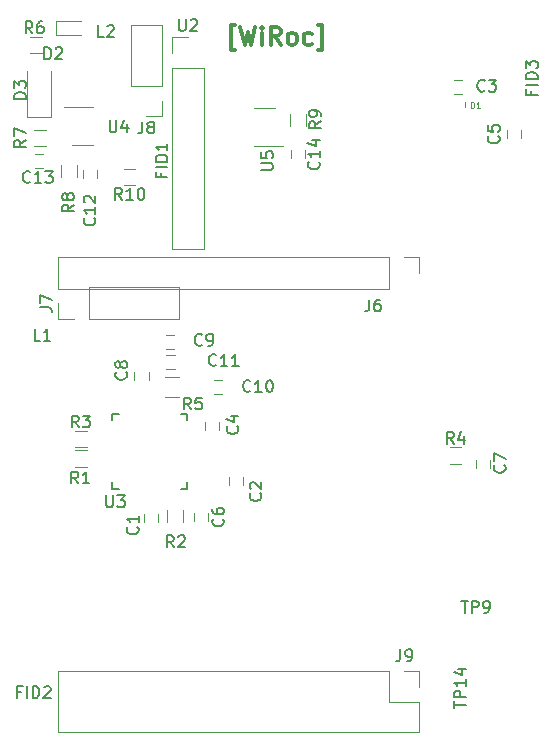
<source format=gto>
G04 #@! TF.FileFunction,Legend,Top*
%FSLAX46Y46*%
G04 Gerber Fmt 4.6, Leading zero omitted, Abs format (unit mm)*
G04 Created by KiCad (PCBNEW 4.0.7-e2-6376~58~ubuntu16.04.1) date Sat Jul  7 02:27:32 2018*
%MOMM*%
%LPD*%
G01*
G04 APERTURE LIST*
%ADD10C,0.100000*%
%ADD11C,0.300000*%
%ADD12C,0.120000*%
%ADD13C,0.150000*%
%ADD14C,0.125000*%
G04 APERTURE END LIST*
D10*
D11*
X69714000Y-53959771D02*
X69356857Y-53959771D01*
X69356857Y-51816914D01*
X69714000Y-51816914D01*
X70142572Y-51959771D02*
X70499715Y-53459771D01*
X70785429Y-52388343D01*
X71071143Y-53459771D01*
X71428286Y-51959771D01*
X71999715Y-53459771D02*
X71999715Y-52459771D01*
X71999715Y-51959771D02*
X71928286Y-52031200D01*
X71999715Y-52102629D01*
X72071143Y-52031200D01*
X71999715Y-51959771D01*
X71999715Y-52102629D01*
X73571144Y-53459771D02*
X73071144Y-52745486D01*
X72714001Y-53459771D02*
X72714001Y-51959771D01*
X73285429Y-51959771D01*
X73428287Y-52031200D01*
X73499715Y-52102629D01*
X73571144Y-52245486D01*
X73571144Y-52459771D01*
X73499715Y-52602629D01*
X73428287Y-52674057D01*
X73285429Y-52745486D01*
X72714001Y-52745486D01*
X74428287Y-53459771D02*
X74285429Y-53388343D01*
X74214001Y-53316914D01*
X74142572Y-53174057D01*
X74142572Y-52745486D01*
X74214001Y-52602629D01*
X74285429Y-52531200D01*
X74428287Y-52459771D01*
X74642572Y-52459771D01*
X74785429Y-52531200D01*
X74856858Y-52602629D01*
X74928287Y-52745486D01*
X74928287Y-53174057D01*
X74856858Y-53316914D01*
X74785429Y-53388343D01*
X74642572Y-53459771D01*
X74428287Y-53459771D01*
X76214001Y-53388343D02*
X76071144Y-53459771D01*
X75785430Y-53459771D01*
X75642572Y-53388343D01*
X75571144Y-53316914D01*
X75499715Y-53174057D01*
X75499715Y-52745486D01*
X75571144Y-52602629D01*
X75642572Y-52531200D01*
X75785430Y-52459771D01*
X76071144Y-52459771D01*
X76214001Y-52531200D01*
X76714001Y-53959771D02*
X77071144Y-53959771D01*
X77071144Y-51816914D01*
X76714001Y-51816914D01*
D12*
X56847100Y-64755000D02*
X56847100Y-64055000D01*
X58047100Y-64055000D02*
X58047100Y-64755000D01*
X62003300Y-93927600D02*
X62003300Y-93227600D01*
X63203300Y-93227600D02*
X63203300Y-93927600D01*
X69178800Y-90776600D02*
X69178800Y-90076600D01*
X70378800Y-90076600D02*
X70378800Y-90776600D01*
X88248000Y-56467200D02*
X88948000Y-56467200D01*
X88948000Y-57667200D02*
X88248000Y-57667200D01*
X68321400Y-85378300D02*
X68321400Y-86078300D01*
X67121400Y-86078300D02*
X67121400Y-85378300D01*
X93894200Y-60711600D02*
X93894200Y-61411600D01*
X92694200Y-61411600D02*
X92694200Y-60711600D01*
X66202000Y-93810000D02*
X66202000Y-93110000D01*
X67402000Y-93110000D02*
X67402000Y-93810000D01*
X91270000Y-88630000D02*
X91270000Y-89330000D01*
X90070000Y-89330000D02*
X90070000Y-88630000D01*
X61172800Y-81858600D02*
X61172800Y-81158600D01*
X62372800Y-81158600D02*
X62372800Y-81858600D01*
X63866200Y-78054400D02*
X64566200Y-78054400D01*
X64566200Y-79254400D02*
X63866200Y-79254400D01*
X67917500Y-81826300D02*
X68617500Y-81826300D01*
X68617500Y-83026300D02*
X67917500Y-83026300D01*
X63891600Y-79705400D02*
X64591600Y-79705400D01*
X64591600Y-80905400D02*
X63891600Y-80905400D01*
X53472600Y-63887400D02*
X52772600Y-63887400D01*
X52772600Y-62687400D02*
X53472600Y-62687400D01*
X75611200Y-62391300D02*
X75611200Y-63091300D01*
X74411200Y-63091300D02*
X74411200Y-62391300D01*
D10*
X89128000Y-58767200D02*
X89128000Y-58367200D01*
D12*
X54568500Y-51497800D02*
X54568500Y-52637800D01*
X54568500Y-52637800D02*
X56668500Y-52637800D01*
X54568500Y-51497800D02*
X56668500Y-51497800D01*
X52091000Y-59606500D02*
X54091000Y-59606500D01*
X54091000Y-59606500D02*
X54091000Y-55706500D01*
X52091000Y-59606500D02*
X52091000Y-55706500D01*
X54710000Y-71490000D02*
X54710000Y-74150000D01*
X82710000Y-71490000D02*
X54710000Y-71490000D01*
X82710000Y-74150000D02*
X54710000Y-74150000D01*
X82710000Y-71490000D02*
X82710000Y-74150000D01*
X83980000Y-71490000D02*
X85310000Y-71490000D01*
X85310000Y-71490000D02*
X85310000Y-72820000D01*
X64990000Y-76690000D02*
X64990000Y-74030000D01*
X57310000Y-76690000D02*
X64990000Y-76690000D01*
X57310000Y-74030000D02*
X64990000Y-74030000D01*
X57310000Y-76690000D02*
X57310000Y-74030000D01*
X56040000Y-76690000D02*
X54710000Y-76690000D01*
X54710000Y-76690000D02*
X54710000Y-75360000D01*
X63514200Y-51797400D02*
X60854200Y-51797400D01*
X63514200Y-56937400D02*
X63514200Y-51797400D01*
X60854200Y-56937400D02*
X60854200Y-51797400D01*
X63514200Y-56937400D02*
X60854200Y-56937400D01*
X63514200Y-58207400D02*
X63514200Y-59537400D01*
X63514200Y-59537400D02*
X62184200Y-59537400D01*
X54710000Y-106500000D02*
X54710000Y-111700000D01*
X82710000Y-106500000D02*
X54710000Y-106500000D01*
X85310000Y-111700000D02*
X54710000Y-111700000D01*
X82710000Y-106500000D02*
X82710000Y-109100000D01*
X82710000Y-109100000D02*
X85310000Y-109100000D01*
X85310000Y-109100000D02*
X85310000Y-111700000D01*
X83980000Y-106500000D02*
X85310000Y-106500000D01*
X85310000Y-106500000D02*
X85310000Y-107830000D01*
X57134300Y-89189600D02*
X56134300Y-89189600D01*
X56134300Y-87829600D02*
X57134300Y-87829600D01*
X65315300Y-92899100D02*
X65315300Y-93899100D01*
X63955300Y-93899100D02*
X63955300Y-92899100D01*
X57122300Y-87550100D02*
X56122300Y-87550100D01*
X56122300Y-86190100D02*
X57122300Y-86190100D01*
X88870000Y-88935000D02*
X87870000Y-88935000D01*
X87870000Y-87575000D02*
X88870000Y-87575000D01*
X64955900Y-83331700D02*
X63755900Y-83331700D01*
X63755900Y-81571700D02*
X64955900Y-81571700D01*
X52370100Y-52858120D02*
X53370100Y-52858120D01*
X53370100Y-54218120D02*
X52370100Y-54218120D01*
X52698800Y-60677000D02*
X53698800Y-60677000D01*
X53698800Y-62037000D02*
X52698800Y-62037000D01*
X56311000Y-63638300D02*
X56311000Y-64638300D01*
X54951000Y-64638300D02*
X54951000Y-63638300D01*
X75729300Y-59371100D02*
X75729300Y-60371100D01*
X74369300Y-60371100D02*
X74369300Y-59371100D01*
X64370000Y-70745000D02*
X67030000Y-70745000D01*
X64370000Y-55445000D02*
X64370000Y-70745000D01*
X67030000Y-55445000D02*
X67030000Y-70745000D01*
X64370000Y-55445000D02*
X67030000Y-55445000D01*
X64370000Y-54175000D02*
X64370000Y-52845000D01*
X64370000Y-52845000D02*
X65700000Y-52845000D01*
X55855386Y-61972934D02*
X57655386Y-61972934D01*
X57655386Y-58752934D02*
X55205386Y-58752934D01*
X73074200Y-58855500D02*
X71274200Y-58855500D01*
X71274200Y-62075500D02*
X73724200Y-62075500D01*
X60254260Y-64029040D02*
X61254260Y-64029040D01*
X61254260Y-65389040D02*
X60254260Y-65389040D01*
D13*
X59310800Y-84708600D02*
X59310800Y-85258600D01*
X65660800Y-84708600D02*
X65660800Y-85258600D01*
X65660800Y-91058600D02*
X65660800Y-90508600D01*
X59310800Y-91058600D02*
X59310800Y-90508600D01*
X59310800Y-84708600D02*
X59860800Y-84708600D01*
X59310800Y-91058600D02*
X59860800Y-91058600D01*
X65660800Y-91058600D02*
X65110800Y-91058600D01*
X65660800Y-84708600D02*
X65110800Y-84708600D01*
X57778843Y-68159357D02*
X57826462Y-68206976D01*
X57874081Y-68349833D01*
X57874081Y-68445071D01*
X57826462Y-68587929D01*
X57731224Y-68683167D01*
X57635986Y-68730786D01*
X57445510Y-68778405D01*
X57302652Y-68778405D01*
X57112176Y-68730786D01*
X57016938Y-68683167D01*
X56921700Y-68587929D01*
X56874081Y-68445071D01*
X56874081Y-68349833D01*
X56921700Y-68206976D01*
X56969319Y-68159357D01*
X57874081Y-67206976D02*
X57874081Y-67778405D01*
X57874081Y-67492691D02*
X56874081Y-67492691D01*
X57016938Y-67587929D01*
X57112176Y-67683167D01*
X57159795Y-67778405D01*
X56969319Y-66826024D02*
X56921700Y-66778405D01*
X56874081Y-66683167D01*
X56874081Y-66445071D01*
X56921700Y-66349833D01*
X56969319Y-66302214D01*
X57064557Y-66254595D01*
X57159795Y-66254595D01*
X57302652Y-66302214D01*
X57874081Y-66873643D01*
X57874081Y-66254595D01*
X61431443Y-94304146D02*
X61479062Y-94351765D01*
X61526681Y-94494622D01*
X61526681Y-94589860D01*
X61479062Y-94732718D01*
X61383824Y-94827956D01*
X61288586Y-94875575D01*
X61098110Y-94923194D01*
X60955252Y-94923194D01*
X60764776Y-94875575D01*
X60669538Y-94827956D01*
X60574300Y-94732718D01*
X60526681Y-94589860D01*
X60526681Y-94494622D01*
X60574300Y-94351765D01*
X60621919Y-94304146D01*
X61526681Y-93351765D02*
X61526681Y-93923194D01*
X61526681Y-93637480D02*
X60526681Y-93637480D01*
X60669538Y-93732718D01*
X60764776Y-93827956D01*
X60812395Y-93923194D01*
X71837823Y-91466966D02*
X71885442Y-91514585D01*
X71933061Y-91657442D01*
X71933061Y-91752680D01*
X71885442Y-91895538D01*
X71790204Y-91990776D01*
X71694966Y-92038395D01*
X71504490Y-92086014D01*
X71361632Y-92086014D01*
X71171156Y-92038395D01*
X71075918Y-91990776D01*
X70980680Y-91895538D01*
X70933061Y-91752680D01*
X70933061Y-91657442D01*
X70980680Y-91514585D01*
X71028299Y-91466966D01*
X71028299Y-91086014D02*
X70980680Y-91038395D01*
X70933061Y-90943157D01*
X70933061Y-90705061D01*
X70980680Y-90609823D01*
X71028299Y-90562204D01*
X71123537Y-90514585D01*
X71218775Y-90514585D01*
X71361632Y-90562204D01*
X71933061Y-91133633D01*
X71933061Y-90514585D01*
X90833834Y-57345343D02*
X90786215Y-57392962D01*
X90643358Y-57440581D01*
X90548120Y-57440581D01*
X90405262Y-57392962D01*
X90310024Y-57297724D01*
X90262405Y-57202486D01*
X90214786Y-57012010D01*
X90214786Y-56869152D01*
X90262405Y-56678676D01*
X90310024Y-56583438D01*
X90405262Y-56488200D01*
X90548120Y-56440581D01*
X90643358Y-56440581D01*
X90786215Y-56488200D01*
X90833834Y-56535819D01*
X91167167Y-56440581D02*
X91786215Y-56440581D01*
X91452881Y-56821533D01*
X91595739Y-56821533D01*
X91690977Y-56869152D01*
X91738596Y-56916771D01*
X91786215Y-57012010D01*
X91786215Y-57250105D01*
X91738596Y-57345343D01*
X91690977Y-57392962D01*
X91595739Y-57440581D01*
X91310024Y-57440581D01*
X91214786Y-57392962D01*
X91167167Y-57345343D01*
X69887103Y-85790066D02*
X69934722Y-85837685D01*
X69982341Y-85980542D01*
X69982341Y-86075780D01*
X69934722Y-86218638D01*
X69839484Y-86313876D01*
X69744246Y-86361495D01*
X69553770Y-86409114D01*
X69410912Y-86409114D01*
X69220436Y-86361495D01*
X69125198Y-86313876D01*
X69029960Y-86218638D01*
X68982341Y-86075780D01*
X68982341Y-85980542D01*
X69029960Y-85837685D01*
X69077579Y-85790066D01*
X69315674Y-84932923D02*
X69982341Y-84932923D01*
X68934722Y-85171019D02*
X69649008Y-85409114D01*
X69649008Y-84790066D01*
X92000343Y-61216266D02*
X92047962Y-61263885D01*
X92095581Y-61406742D01*
X92095581Y-61501980D01*
X92047962Y-61644838D01*
X91952724Y-61740076D01*
X91857486Y-61787695D01*
X91667010Y-61835314D01*
X91524152Y-61835314D01*
X91333676Y-61787695D01*
X91238438Y-61740076D01*
X91143200Y-61644838D01*
X91095581Y-61501980D01*
X91095581Y-61406742D01*
X91143200Y-61263885D01*
X91190819Y-61216266D01*
X91095581Y-60311504D02*
X91095581Y-60787695D01*
X91571771Y-60835314D01*
X91524152Y-60787695D01*
X91476533Y-60692457D01*
X91476533Y-60454361D01*
X91524152Y-60359123D01*
X91571771Y-60311504D01*
X91667010Y-60263885D01*
X91905105Y-60263885D01*
X92000343Y-60311504D01*
X92047962Y-60359123D01*
X92095581Y-60454361D01*
X92095581Y-60692457D01*
X92047962Y-60787695D01*
X92000343Y-60835314D01*
X68659143Y-93626666D02*
X68706762Y-93674285D01*
X68754381Y-93817142D01*
X68754381Y-93912380D01*
X68706762Y-94055238D01*
X68611524Y-94150476D01*
X68516286Y-94198095D01*
X68325810Y-94245714D01*
X68182952Y-94245714D01*
X67992476Y-94198095D01*
X67897238Y-94150476D01*
X67802000Y-94055238D01*
X67754381Y-93912380D01*
X67754381Y-93817142D01*
X67802000Y-93674285D01*
X67849619Y-93626666D01*
X67754381Y-92769523D02*
X67754381Y-92960000D01*
X67802000Y-93055238D01*
X67849619Y-93102857D01*
X67992476Y-93198095D01*
X68182952Y-93245714D01*
X68563905Y-93245714D01*
X68659143Y-93198095D01*
X68706762Y-93150476D01*
X68754381Y-93055238D01*
X68754381Y-92864761D01*
X68706762Y-92769523D01*
X68659143Y-92721904D01*
X68563905Y-92674285D01*
X68325810Y-92674285D01*
X68230571Y-92721904D01*
X68182952Y-92769523D01*
X68135333Y-92864761D01*
X68135333Y-93055238D01*
X68182952Y-93150476D01*
X68230571Y-93198095D01*
X68325810Y-93245714D01*
X92500643Y-89082666D02*
X92548262Y-89130285D01*
X92595881Y-89273142D01*
X92595881Y-89368380D01*
X92548262Y-89511238D01*
X92453024Y-89606476D01*
X92357786Y-89654095D01*
X92167310Y-89701714D01*
X92024452Y-89701714D01*
X91833976Y-89654095D01*
X91738738Y-89606476D01*
X91643500Y-89511238D01*
X91595881Y-89368380D01*
X91595881Y-89273142D01*
X91643500Y-89130285D01*
X91691119Y-89082666D01*
X91595881Y-88749333D02*
X91595881Y-88082666D01*
X92595881Y-88511238D01*
X60466243Y-81205366D02*
X60513862Y-81252985D01*
X60561481Y-81395842D01*
X60561481Y-81491080D01*
X60513862Y-81633938D01*
X60418624Y-81729176D01*
X60323386Y-81776795D01*
X60132910Y-81824414D01*
X59990052Y-81824414D01*
X59799576Y-81776795D01*
X59704338Y-81729176D01*
X59609100Y-81633938D01*
X59561481Y-81491080D01*
X59561481Y-81395842D01*
X59609100Y-81252985D01*
X59656719Y-81205366D01*
X59990052Y-80633938D02*
X59942433Y-80729176D01*
X59894814Y-80776795D01*
X59799576Y-80824414D01*
X59751957Y-80824414D01*
X59656719Y-80776795D01*
X59609100Y-80729176D01*
X59561481Y-80633938D01*
X59561481Y-80443461D01*
X59609100Y-80348223D01*
X59656719Y-80300604D01*
X59751957Y-80252985D01*
X59799576Y-80252985D01*
X59894814Y-80300604D01*
X59942433Y-80348223D01*
X59990052Y-80443461D01*
X59990052Y-80633938D01*
X60037671Y-80729176D01*
X60085290Y-80776795D01*
X60180529Y-80824414D01*
X60371005Y-80824414D01*
X60466243Y-80776795D01*
X60513862Y-80729176D01*
X60561481Y-80633938D01*
X60561481Y-80443461D01*
X60513862Y-80348223D01*
X60466243Y-80300604D01*
X60371005Y-80252985D01*
X60180529Y-80252985D01*
X60085290Y-80300604D01*
X60037671Y-80348223D01*
X59990052Y-80443461D01*
X66894334Y-78859143D02*
X66846715Y-78906762D01*
X66703858Y-78954381D01*
X66608620Y-78954381D01*
X66465762Y-78906762D01*
X66370524Y-78811524D01*
X66322905Y-78716286D01*
X66275286Y-78525810D01*
X66275286Y-78382952D01*
X66322905Y-78192476D01*
X66370524Y-78097238D01*
X66465762Y-78002000D01*
X66608620Y-77954381D01*
X66703858Y-77954381D01*
X66846715Y-78002000D01*
X66894334Y-78049619D01*
X67370524Y-78954381D02*
X67561000Y-78954381D01*
X67656239Y-78906762D01*
X67703858Y-78859143D01*
X67799096Y-78716286D01*
X67846715Y-78525810D01*
X67846715Y-78144857D01*
X67799096Y-78049619D01*
X67751477Y-78002000D01*
X67656239Y-77954381D01*
X67465762Y-77954381D01*
X67370524Y-78002000D01*
X67322905Y-78049619D01*
X67275286Y-78144857D01*
X67275286Y-78382952D01*
X67322905Y-78478190D01*
X67370524Y-78525810D01*
X67465762Y-78573429D01*
X67656239Y-78573429D01*
X67751477Y-78525810D01*
X67799096Y-78478190D01*
X67846715Y-78382952D01*
X70990143Y-82783443D02*
X70942524Y-82831062D01*
X70799667Y-82878681D01*
X70704429Y-82878681D01*
X70561571Y-82831062D01*
X70466333Y-82735824D01*
X70418714Y-82640586D01*
X70371095Y-82450110D01*
X70371095Y-82307252D01*
X70418714Y-82116776D01*
X70466333Y-82021538D01*
X70561571Y-81926300D01*
X70704429Y-81878681D01*
X70799667Y-81878681D01*
X70942524Y-81926300D01*
X70990143Y-81973919D01*
X71942524Y-82878681D02*
X71371095Y-82878681D01*
X71656809Y-82878681D02*
X71656809Y-81878681D01*
X71561571Y-82021538D01*
X71466333Y-82116776D01*
X71371095Y-82164395D01*
X72561571Y-81878681D02*
X72656810Y-81878681D01*
X72752048Y-81926300D01*
X72799667Y-81973919D01*
X72847286Y-82069157D01*
X72894905Y-82259633D01*
X72894905Y-82497729D01*
X72847286Y-82688205D01*
X72799667Y-82783443D01*
X72752048Y-82831062D01*
X72656810Y-82878681D01*
X72561571Y-82878681D01*
X72466333Y-82831062D01*
X72418714Y-82783443D01*
X72371095Y-82688205D01*
X72323476Y-82497729D01*
X72323476Y-82259633D01*
X72371095Y-82069157D01*
X72418714Y-81973919D01*
X72466333Y-81926300D01*
X72561571Y-81878681D01*
X68104783Y-80580503D02*
X68057164Y-80628122D01*
X67914307Y-80675741D01*
X67819069Y-80675741D01*
X67676211Y-80628122D01*
X67580973Y-80532884D01*
X67533354Y-80437646D01*
X67485735Y-80247170D01*
X67485735Y-80104312D01*
X67533354Y-79913836D01*
X67580973Y-79818598D01*
X67676211Y-79723360D01*
X67819069Y-79675741D01*
X67914307Y-79675741D01*
X68057164Y-79723360D01*
X68104783Y-79770979D01*
X69057164Y-80675741D02*
X68485735Y-80675741D01*
X68771449Y-80675741D02*
X68771449Y-79675741D01*
X68676211Y-79818598D01*
X68580973Y-79913836D01*
X68485735Y-79961455D01*
X70009545Y-80675741D02*
X69438116Y-80675741D01*
X69723830Y-80675741D02*
X69723830Y-79675741D01*
X69628592Y-79818598D01*
X69533354Y-79913836D01*
X69438116Y-79961455D01*
X52352743Y-65079643D02*
X52305124Y-65127262D01*
X52162267Y-65174881D01*
X52067029Y-65174881D01*
X51924171Y-65127262D01*
X51828933Y-65032024D01*
X51781314Y-64936786D01*
X51733695Y-64746310D01*
X51733695Y-64603452D01*
X51781314Y-64412976D01*
X51828933Y-64317738D01*
X51924171Y-64222500D01*
X52067029Y-64174881D01*
X52162267Y-64174881D01*
X52305124Y-64222500D01*
X52352743Y-64270119D01*
X53305124Y-65174881D02*
X52733695Y-65174881D01*
X53019409Y-65174881D02*
X53019409Y-64174881D01*
X52924171Y-64317738D01*
X52828933Y-64412976D01*
X52733695Y-64460595D01*
X53638457Y-64174881D02*
X54257505Y-64174881D01*
X53924171Y-64555833D01*
X54067029Y-64555833D01*
X54162267Y-64603452D01*
X54209886Y-64651071D01*
X54257505Y-64746310D01*
X54257505Y-64984405D01*
X54209886Y-65079643D01*
X54162267Y-65127262D01*
X54067029Y-65174881D01*
X53781314Y-65174881D01*
X53686076Y-65127262D01*
X53638457Y-65079643D01*
X76770951Y-63392667D02*
X76818570Y-63440286D01*
X76866189Y-63583143D01*
X76866189Y-63678381D01*
X76818570Y-63821239D01*
X76723332Y-63916477D01*
X76628094Y-63964096D01*
X76437618Y-64011715D01*
X76294760Y-64011715D01*
X76104284Y-63964096D01*
X76009046Y-63916477D01*
X75913808Y-63821239D01*
X75866189Y-63678381D01*
X75866189Y-63583143D01*
X75913808Y-63440286D01*
X75961427Y-63392667D01*
X76866189Y-62440286D02*
X76866189Y-63011715D01*
X76866189Y-62726001D02*
X75866189Y-62726001D01*
X76009046Y-62821239D01*
X76104284Y-62916477D01*
X76151903Y-63011715D01*
X76199522Y-61583143D02*
X76866189Y-61583143D01*
X75818570Y-61821239D02*
X76532856Y-62059334D01*
X76532856Y-61440286D01*
D14*
X89678953Y-58818390D02*
X89678953Y-58318390D01*
X89798000Y-58318390D01*
X89869429Y-58342200D01*
X89917048Y-58389819D01*
X89940857Y-58437438D01*
X89964667Y-58532676D01*
X89964667Y-58604105D01*
X89940857Y-58699343D01*
X89917048Y-58746962D01*
X89869429Y-58794581D01*
X89798000Y-58818390D01*
X89678953Y-58818390D01*
X90440857Y-58818390D02*
X90155143Y-58818390D01*
X90298000Y-58818390D02*
X90298000Y-58318390D01*
X90250381Y-58389819D01*
X90202762Y-58437438D01*
X90155143Y-58461248D01*
D13*
X53551865Y-54704241D02*
X53551865Y-53704241D01*
X53789960Y-53704241D01*
X53932818Y-53751860D01*
X54028056Y-53847098D01*
X54075675Y-53942336D01*
X54123294Y-54132812D01*
X54123294Y-54275670D01*
X54075675Y-54466146D01*
X54028056Y-54561384D01*
X53932818Y-54656622D01*
X53789960Y-54704241D01*
X53551865Y-54704241D01*
X54504246Y-53799479D02*
X54551865Y-53751860D01*
X54647103Y-53704241D01*
X54885199Y-53704241D01*
X54980437Y-53751860D01*
X55028056Y-53799479D01*
X55075675Y-53894717D01*
X55075675Y-53989955D01*
X55028056Y-54132812D01*
X54456627Y-54704241D01*
X55075675Y-54704241D01*
X51983901Y-58050655D02*
X50983901Y-58050655D01*
X50983901Y-57812560D01*
X51031520Y-57669702D01*
X51126758Y-57574464D01*
X51221996Y-57526845D01*
X51412472Y-57479226D01*
X51555330Y-57479226D01*
X51745806Y-57526845D01*
X51841044Y-57574464D01*
X51936282Y-57669702D01*
X51983901Y-57812560D01*
X51983901Y-58050655D01*
X50983901Y-57145893D02*
X50983901Y-56526845D01*
X51364853Y-56860179D01*
X51364853Y-56717321D01*
X51412472Y-56622083D01*
X51460091Y-56574464D01*
X51555330Y-56526845D01*
X51793425Y-56526845D01*
X51888663Y-56574464D01*
X51936282Y-56622083D01*
X51983901Y-56717321D01*
X51983901Y-57003036D01*
X51936282Y-57098274D01*
X51888663Y-57145893D01*
X63438731Y-64370768D02*
X63438731Y-64704102D01*
X63962541Y-64704102D02*
X62962541Y-64704102D01*
X62962541Y-64227911D01*
X63962541Y-63846959D02*
X62962541Y-63846959D01*
X63962541Y-63370769D02*
X62962541Y-63370769D01*
X62962541Y-63132674D01*
X63010160Y-62989816D01*
X63105398Y-62894578D01*
X63200636Y-62846959D01*
X63391112Y-62799340D01*
X63533970Y-62799340D01*
X63724446Y-62846959D01*
X63819684Y-62894578D01*
X63914922Y-62989816D01*
X63962541Y-63132674D01*
X63962541Y-63370769D01*
X63962541Y-61846959D02*
X63962541Y-62418388D01*
X63962541Y-62132674D02*
X62962541Y-62132674D01*
X63105398Y-62227912D01*
X63200636Y-62323150D01*
X63248255Y-62418388D01*
X51568572Y-108275571D02*
X51235238Y-108275571D01*
X51235238Y-108799381D02*
X51235238Y-107799381D01*
X51711429Y-107799381D01*
X52092381Y-108799381D02*
X52092381Y-107799381D01*
X52568571Y-108799381D02*
X52568571Y-107799381D01*
X52806666Y-107799381D01*
X52949524Y-107847000D01*
X53044762Y-107942238D01*
X53092381Y-108037476D01*
X53140000Y-108227952D01*
X53140000Y-108370810D01*
X53092381Y-108561286D01*
X53044762Y-108656524D01*
X52949524Y-108751762D01*
X52806666Y-108799381D01*
X52568571Y-108799381D01*
X53520952Y-107894619D02*
X53568571Y-107847000D01*
X53663809Y-107799381D01*
X53901905Y-107799381D01*
X53997143Y-107847000D01*
X54044762Y-107894619D01*
X54092381Y-107989857D01*
X54092381Y-108085095D01*
X54044762Y-108227952D01*
X53473333Y-108799381D01*
X54092381Y-108799381D01*
X94783371Y-57383228D02*
X94783371Y-57716562D01*
X95307181Y-57716562D02*
X94307181Y-57716562D01*
X94307181Y-57240371D01*
X95307181Y-56859419D02*
X94307181Y-56859419D01*
X95307181Y-56383229D02*
X94307181Y-56383229D01*
X94307181Y-56145134D01*
X94354800Y-56002276D01*
X94450038Y-55907038D01*
X94545276Y-55859419D01*
X94735752Y-55811800D01*
X94878610Y-55811800D01*
X95069086Y-55859419D01*
X95164324Y-55907038D01*
X95259562Y-56002276D01*
X95307181Y-56145134D01*
X95307181Y-56383229D01*
X94307181Y-55478467D02*
X94307181Y-54859419D01*
X94688133Y-55192753D01*
X94688133Y-55049895D01*
X94735752Y-54954657D01*
X94783371Y-54907038D01*
X94878610Y-54859419D01*
X95116705Y-54859419D01*
X95211943Y-54907038D01*
X95259562Y-54954657D01*
X95307181Y-55049895D01*
X95307181Y-55335610D01*
X95259562Y-55430848D01*
X95211943Y-55478467D01*
X81053347Y-75047861D02*
X81053347Y-75762147D01*
X81005727Y-75905004D01*
X80910489Y-76000242D01*
X80767632Y-76047861D01*
X80672394Y-76047861D01*
X81958109Y-75047861D02*
X81767632Y-75047861D01*
X81672394Y-75095480D01*
X81624775Y-75143099D01*
X81529537Y-75285956D01*
X81481918Y-75476432D01*
X81481918Y-75857385D01*
X81529537Y-75952623D01*
X81577156Y-76000242D01*
X81672394Y-76047861D01*
X81862871Y-76047861D01*
X81958109Y-76000242D01*
X82005728Y-75952623D01*
X82053347Y-75857385D01*
X82053347Y-75619290D01*
X82005728Y-75524051D01*
X81958109Y-75476432D01*
X81862871Y-75428813D01*
X81672394Y-75428813D01*
X81577156Y-75476432D01*
X81529537Y-75524051D01*
X81481918Y-75619290D01*
X53162381Y-75693333D02*
X53876667Y-75693333D01*
X54019524Y-75740953D01*
X54114762Y-75836191D01*
X54162381Y-75979048D01*
X54162381Y-76074286D01*
X53162381Y-75312381D02*
X53162381Y-74645714D01*
X54162381Y-75074286D01*
X61850867Y-59989781D02*
X61850867Y-60704067D01*
X61803247Y-60846924D01*
X61708009Y-60942162D01*
X61565152Y-60989781D01*
X61469914Y-60989781D01*
X62469914Y-60418352D02*
X62374676Y-60370733D01*
X62327057Y-60323114D01*
X62279438Y-60227876D01*
X62279438Y-60180257D01*
X62327057Y-60085019D01*
X62374676Y-60037400D01*
X62469914Y-59989781D01*
X62660391Y-59989781D01*
X62755629Y-60037400D01*
X62803248Y-60085019D01*
X62850867Y-60180257D01*
X62850867Y-60227876D01*
X62803248Y-60323114D01*
X62755629Y-60370733D01*
X62660391Y-60418352D01*
X62469914Y-60418352D01*
X62374676Y-60465971D01*
X62327057Y-60513590D01*
X62279438Y-60608829D01*
X62279438Y-60799305D01*
X62327057Y-60894543D01*
X62374676Y-60942162D01*
X62469914Y-60989781D01*
X62660391Y-60989781D01*
X62755629Y-60942162D01*
X62803248Y-60894543D01*
X62850867Y-60799305D01*
X62850867Y-60608829D01*
X62803248Y-60513590D01*
X62755629Y-60465971D01*
X62660391Y-60418352D01*
X83700027Y-104666801D02*
X83700027Y-105381087D01*
X83652407Y-105523944D01*
X83557169Y-105619182D01*
X83414312Y-105666801D01*
X83319074Y-105666801D01*
X84223836Y-105666801D02*
X84414312Y-105666801D01*
X84509551Y-105619182D01*
X84557170Y-105571563D01*
X84652408Y-105428706D01*
X84700027Y-105238230D01*
X84700027Y-104857277D01*
X84652408Y-104762039D01*
X84604789Y-104714420D01*
X84509551Y-104666801D01*
X84319074Y-104666801D01*
X84223836Y-104714420D01*
X84176217Y-104762039D01*
X84128598Y-104857277D01*
X84128598Y-105095372D01*
X84176217Y-105190610D01*
X84223836Y-105238230D01*
X84319074Y-105285849D01*
X84509551Y-105285849D01*
X84604789Y-105238230D01*
X84652408Y-105190610D01*
X84700027Y-105095372D01*
X53201274Y-78519281D02*
X52725083Y-78519281D01*
X52725083Y-77519281D01*
X54058417Y-78519281D02*
X53486988Y-78519281D01*
X53772702Y-78519281D02*
X53772702Y-77519281D01*
X53677464Y-77662138D01*
X53582226Y-77757376D01*
X53486988Y-77804995D01*
X58588614Y-52834801D02*
X58112423Y-52834801D01*
X58112423Y-51834801D01*
X58874328Y-51930039D02*
X58921947Y-51882420D01*
X59017185Y-51834801D01*
X59255281Y-51834801D01*
X59350519Y-51882420D01*
X59398138Y-51930039D01*
X59445757Y-52025277D01*
X59445757Y-52120515D01*
X59398138Y-52263372D01*
X58826709Y-52834801D01*
X59445757Y-52834801D01*
X56417634Y-90611981D02*
X56084300Y-90135790D01*
X55846205Y-90611981D02*
X55846205Y-89611981D01*
X56227158Y-89611981D01*
X56322396Y-89659600D01*
X56370015Y-89707219D01*
X56417634Y-89802457D01*
X56417634Y-89945314D01*
X56370015Y-90040552D01*
X56322396Y-90088171D01*
X56227158Y-90135790D01*
X55846205Y-90135790D01*
X57370015Y-90611981D02*
X56798586Y-90611981D01*
X57084300Y-90611981D02*
X57084300Y-89611981D01*
X56989062Y-89754838D01*
X56893824Y-89850076D01*
X56798586Y-89897695D01*
X64493634Y-96026481D02*
X64160300Y-95550290D01*
X63922205Y-96026481D02*
X63922205Y-95026481D01*
X64303158Y-95026481D01*
X64398396Y-95074100D01*
X64446015Y-95121719D01*
X64493634Y-95216957D01*
X64493634Y-95359814D01*
X64446015Y-95455052D01*
X64398396Y-95502671D01*
X64303158Y-95550290D01*
X63922205Y-95550290D01*
X64874586Y-95121719D02*
X64922205Y-95074100D01*
X65017443Y-95026481D01*
X65255539Y-95026481D01*
X65350777Y-95074100D01*
X65398396Y-95121719D01*
X65446015Y-95216957D01*
X65446015Y-95312195D01*
X65398396Y-95455052D01*
X64826967Y-96026481D01*
X65446015Y-96026481D01*
X56455634Y-85872481D02*
X56122300Y-85396290D01*
X55884205Y-85872481D02*
X55884205Y-84872481D01*
X56265158Y-84872481D01*
X56360396Y-84920100D01*
X56408015Y-84967719D01*
X56455634Y-85062957D01*
X56455634Y-85205814D01*
X56408015Y-85301052D01*
X56360396Y-85348671D01*
X56265158Y-85396290D01*
X55884205Y-85396290D01*
X56788967Y-84872481D02*
X57408015Y-84872481D01*
X57074681Y-85253433D01*
X57217539Y-85253433D01*
X57312777Y-85301052D01*
X57360396Y-85348671D01*
X57408015Y-85443910D01*
X57408015Y-85682005D01*
X57360396Y-85777243D01*
X57312777Y-85824862D01*
X57217539Y-85872481D01*
X56931824Y-85872481D01*
X56836586Y-85824862D01*
X56788967Y-85777243D01*
X88203334Y-87257381D02*
X87870000Y-86781190D01*
X87631905Y-87257381D02*
X87631905Y-86257381D01*
X88012858Y-86257381D01*
X88108096Y-86305000D01*
X88155715Y-86352619D01*
X88203334Y-86447857D01*
X88203334Y-86590714D01*
X88155715Y-86685952D01*
X88108096Y-86733571D01*
X88012858Y-86781190D01*
X87631905Y-86781190D01*
X89060477Y-86590714D02*
X89060477Y-87257381D01*
X88822381Y-86209762D02*
X88584286Y-86924048D01*
X89203334Y-86924048D01*
X65967314Y-84356201D02*
X65633980Y-83880010D01*
X65395885Y-84356201D02*
X65395885Y-83356201D01*
X65776838Y-83356201D01*
X65872076Y-83403820D01*
X65919695Y-83451439D01*
X65967314Y-83546677D01*
X65967314Y-83689534D01*
X65919695Y-83784772D01*
X65872076Y-83832391D01*
X65776838Y-83880010D01*
X65395885Y-83880010D01*
X66872076Y-83356201D02*
X66395885Y-83356201D01*
X66348266Y-83832391D01*
X66395885Y-83784772D01*
X66491123Y-83737153D01*
X66729219Y-83737153D01*
X66824457Y-83784772D01*
X66872076Y-83832391D01*
X66919695Y-83927630D01*
X66919695Y-84165725D01*
X66872076Y-84260963D01*
X66824457Y-84308582D01*
X66729219Y-84356201D01*
X66491123Y-84356201D01*
X66395885Y-84308582D01*
X66348266Y-84260963D01*
X52535794Y-52509681D02*
X52202460Y-52033490D01*
X51964365Y-52509681D02*
X51964365Y-51509681D01*
X52345318Y-51509681D01*
X52440556Y-51557300D01*
X52488175Y-51604919D01*
X52535794Y-51700157D01*
X52535794Y-51843014D01*
X52488175Y-51938252D01*
X52440556Y-51985871D01*
X52345318Y-52033490D01*
X51964365Y-52033490D01*
X53392937Y-51509681D02*
X53202460Y-51509681D01*
X53107222Y-51557300D01*
X53059603Y-51604919D01*
X52964365Y-51747776D01*
X52916746Y-51938252D01*
X52916746Y-52319205D01*
X52964365Y-52414443D01*
X53011984Y-52462062D01*
X53107222Y-52509681D01*
X53297699Y-52509681D01*
X53392937Y-52462062D01*
X53440556Y-52414443D01*
X53488175Y-52319205D01*
X53488175Y-52081110D01*
X53440556Y-51985871D01*
X53392937Y-51938252D01*
X53297699Y-51890633D01*
X53107222Y-51890633D01*
X53011984Y-51938252D01*
X52964365Y-51985871D01*
X52916746Y-52081110D01*
X52000181Y-61549066D02*
X51523990Y-61882400D01*
X52000181Y-62120495D02*
X51000181Y-62120495D01*
X51000181Y-61739542D01*
X51047800Y-61644304D01*
X51095419Y-61596685D01*
X51190657Y-61549066D01*
X51333514Y-61549066D01*
X51428752Y-61596685D01*
X51476371Y-61644304D01*
X51523990Y-61739542D01*
X51523990Y-62120495D01*
X51000181Y-61215733D02*
X51000181Y-60549066D01*
X52000181Y-60977638D01*
X56057981Y-67022766D02*
X55581790Y-67356100D01*
X56057981Y-67594195D02*
X55057981Y-67594195D01*
X55057981Y-67213242D01*
X55105600Y-67118004D01*
X55153219Y-67070385D01*
X55248457Y-67022766D01*
X55391314Y-67022766D01*
X55486552Y-67070385D01*
X55534171Y-67118004D01*
X55581790Y-67213242D01*
X55581790Y-67594195D01*
X55486552Y-66451338D02*
X55438933Y-66546576D01*
X55391314Y-66594195D01*
X55296076Y-66641814D01*
X55248457Y-66641814D01*
X55153219Y-66594195D01*
X55105600Y-66546576D01*
X55057981Y-66451338D01*
X55057981Y-66260861D01*
X55105600Y-66165623D01*
X55153219Y-66118004D01*
X55248457Y-66070385D01*
X55296076Y-66070385D01*
X55391314Y-66118004D01*
X55438933Y-66165623D01*
X55486552Y-66260861D01*
X55486552Y-66451338D01*
X55534171Y-66546576D01*
X55581790Y-66594195D01*
X55677029Y-66641814D01*
X55867505Y-66641814D01*
X55962743Y-66594195D01*
X56010362Y-66546576D01*
X56057981Y-66451338D01*
X56057981Y-66260861D01*
X56010362Y-66165623D01*
X55962743Y-66118004D01*
X55867505Y-66070385D01*
X55677029Y-66070385D01*
X55581790Y-66118004D01*
X55534171Y-66165623D01*
X55486552Y-66260861D01*
X76974881Y-59974266D02*
X76498690Y-60307600D01*
X76974881Y-60545695D02*
X75974881Y-60545695D01*
X75974881Y-60164742D01*
X76022500Y-60069504D01*
X76070119Y-60021885D01*
X76165357Y-59974266D01*
X76308214Y-59974266D01*
X76403452Y-60021885D01*
X76451071Y-60069504D01*
X76498690Y-60164742D01*
X76498690Y-60545695D01*
X76974881Y-59498076D02*
X76974881Y-59307600D01*
X76927262Y-59212361D01*
X76879643Y-59164742D01*
X76736786Y-59069504D01*
X76546310Y-59021885D01*
X76165357Y-59021885D01*
X76070119Y-59069504D01*
X76022500Y-59117123D01*
X75974881Y-59212361D01*
X75974881Y-59402838D01*
X76022500Y-59498076D01*
X76070119Y-59545695D01*
X76165357Y-59593314D01*
X76403452Y-59593314D01*
X76498690Y-59545695D01*
X76546310Y-59498076D01*
X76593929Y-59402838D01*
X76593929Y-59212361D01*
X76546310Y-59117123D01*
X76498690Y-59069504D01*
X76403452Y-59021885D01*
X64938095Y-51297381D02*
X64938095Y-52106905D01*
X64985714Y-52202143D01*
X65033333Y-52249762D01*
X65128571Y-52297381D01*
X65319048Y-52297381D01*
X65414286Y-52249762D01*
X65461905Y-52202143D01*
X65509524Y-52106905D01*
X65509524Y-51297381D01*
X65938095Y-51392619D02*
X65985714Y-51345000D01*
X66080952Y-51297381D01*
X66319048Y-51297381D01*
X66414286Y-51345000D01*
X66461905Y-51392619D01*
X66509524Y-51487857D01*
X66509524Y-51583095D01*
X66461905Y-51725952D01*
X65890476Y-52297381D01*
X66509524Y-52297381D01*
X59067795Y-59881521D02*
X59067795Y-60691045D01*
X59115414Y-60786283D01*
X59163033Y-60833902D01*
X59258271Y-60881521D01*
X59448748Y-60881521D01*
X59543986Y-60833902D01*
X59591605Y-60786283D01*
X59639224Y-60691045D01*
X59639224Y-59881521D01*
X60543986Y-60214854D02*
X60543986Y-60881521D01*
X60305890Y-59833902D02*
X60067795Y-60548188D01*
X60686843Y-60548188D01*
X71910881Y-64087405D02*
X72720405Y-64087405D01*
X72815643Y-64039786D01*
X72863262Y-63992167D01*
X72910881Y-63896929D01*
X72910881Y-63706452D01*
X72863262Y-63611214D01*
X72815643Y-63563595D01*
X72720405Y-63515976D01*
X71910881Y-63515976D01*
X71910881Y-62563595D02*
X71910881Y-63039786D01*
X72387071Y-63087405D01*
X72339452Y-63039786D01*
X72291833Y-62944548D01*
X72291833Y-62706452D01*
X72339452Y-62611214D01*
X72387071Y-62563595D01*
X72482310Y-62515976D01*
X72720405Y-62515976D01*
X72815643Y-62563595D01*
X72863262Y-62611214D01*
X72910881Y-62706452D01*
X72910881Y-62944548D01*
X72863262Y-63039786D01*
X72815643Y-63087405D01*
X88842055Y-100569781D02*
X89413484Y-100569781D01*
X89127769Y-101569781D02*
X89127769Y-100569781D01*
X89746817Y-101569781D02*
X89746817Y-100569781D01*
X90127770Y-100569781D01*
X90223008Y-100617400D01*
X90270627Y-100665019D01*
X90318246Y-100760257D01*
X90318246Y-100903114D01*
X90270627Y-100998352D01*
X90223008Y-101045971D01*
X90127770Y-101093590D01*
X89746817Y-101093590D01*
X90794436Y-101569781D02*
X90984912Y-101569781D01*
X91080151Y-101522162D01*
X91127770Y-101474543D01*
X91223008Y-101331686D01*
X91270627Y-101141210D01*
X91270627Y-100760257D01*
X91223008Y-100665019D01*
X91175389Y-100617400D01*
X91080151Y-100569781D01*
X90889674Y-100569781D01*
X90794436Y-100617400D01*
X90746817Y-100665019D01*
X90699198Y-100760257D01*
X90699198Y-100998352D01*
X90746817Y-101093590D01*
X90794436Y-101141210D01*
X90889674Y-101188829D01*
X91080151Y-101188829D01*
X91175389Y-101141210D01*
X91223008Y-101093590D01*
X91270627Y-100998352D01*
X88243161Y-109639835D02*
X88243161Y-109068406D01*
X89243161Y-109354121D02*
X88243161Y-109354121D01*
X89243161Y-108735073D02*
X88243161Y-108735073D01*
X88243161Y-108354120D01*
X88290780Y-108258882D01*
X88338399Y-108211263D01*
X88433637Y-108163644D01*
X88576494Y-108163644D01*
X88671732Y-108211263D01*
X88719351Y-108258882D01*
X88766970Y-108354120D01*
X88766970Y-108735073D01*
X89243161Y-107211263D02*
X89243161Y-107782692D01*
X89243161Y-107496978D02*
X88243161Y-107496978D01*
X88386018Y-107592216D01*
X88481256Y-107687454D01*
X88528875Y-107782692D01*
X88576494Y-106354120D02*
X89243161Y-106354120D01*
X88195542Y-106592216D02*
X88909828Y-106830311D01*
X88909828Y-106211263D01*
X60111403Y-66611421D02*
X59778069Y-66135230D01*
X59539974Y-66611421D02*
X59539974Y-65611421D01*
X59920927Y-65611421D01*
X60016165Y-65659040D01*
X60063784Y-65706659D01*
X60111403Y-65801897D01*
X60111403Y-65944754D01*
X60063784Y-66039992D01*
X60016165Y-66087611D01*
X59920927Y-66135230D01*
X59539974Y-66135230D01*
X61063784Y-66611421D02*
X60492355Y-66611421D01*
X60778069Y-66611421D02*
X60778069Y-65611421D01*
X60682831Y-65754278D01*
X60587593Y-65849516D01*
X60492355Y-65897135D01*
X61682831Y-65611421D02*
X61778070Y-65611421D01*
X61873308Y-65659040D01*
X61920927Y-65706659D01*
X61968546Y-65801897D01*
X62016165Y-65992373D01*
X62016165Y-66230469D01*
X61968546Y-66420945D01*
X61920927Y-66516183D01*
X61873308Y-66563802D01*
X61778070Y-66611421D01*
X61682831Y-66611421D01*
X61587593Y-66563802D01*
X61539974Y-66516183D01*
X61492355Y-66420945D01*
X61444736Y-66230469D01*
X61444736Y-65992373D01*
X61492355Y-65801897D01*
X61539974Y-65706659D01*
X61587593Y-65659040D01*
X61682831Y-65611421D01*
X58788395Y-91636601D02*
X58788395Y-92446125D01*
X58836014Y-92541363D01*
X58883633Y-92588982D01*
X58978871Y-92636601D01*
X59169348Y-92636601D01*
X59264586Y-92588982D01*
X59312205Y-92541363D01*
X59359824Y-92446125D01*
X59359824Y-91636601D01*
X59740776Y-91636601D02*
X60359824Y-91636601D01*
X60026490Y-92017553D01*
X60169348Y-92017553D01*
X60264586Y-92065172D01*
X60312205Y-92112791D01*
X60359824Y-92208030D01*
X60359824Y-92446125D01*
X60312205Y-92541363D01*
X60264586Y-92588982D01*
X60169348Y-92636601D01*
X59883633Y-92636601D01*
X59788395Y-92588982D01*
X59740776Y-92541363D01*
M02*

</source>
